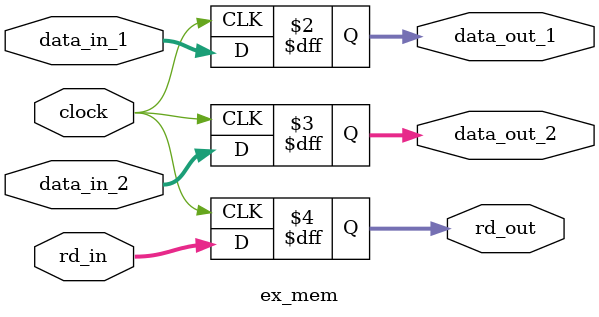
<source format=v>
module ex_mem ( 
	input wire [31:0] data_in_1,
	input wire [31:0] data_in_2,
	input wire [4:0] rd_in,
	input wire clock,
	
	output reg [31:0] data_out_1,
	output reg [31:0] data_out_2,
	output reg [4:0] rd_out
);
	
	always @ (posedge clock) begin
		data_out_1 = data_in_1;
		data_out_2 = data_in_2;
		rd_out = rd_in;
	end	
	

endmodule
</source>
